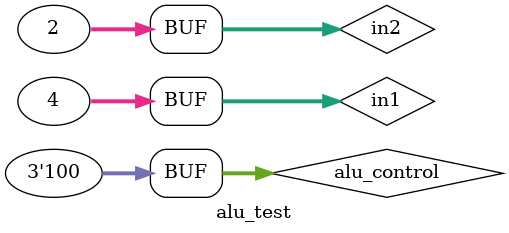
<source format=v>
`timescale 1ns / 1ps


module alu_test;

	// Inputs
	reg [31:0] in1;
	reg [31:0] in2;
	reg [2:0] alu_control;

	// Outputs
	wire [31:0] out;
	wire zflag;
	wire carryflag;
	wire overflowflag;
	wire signflag;

	// Instantiate the Unit Under Test (UUT)
	alu uut (
		.in1(in1), 
		.in2(in2), 
		.alu_control(alu_control), 
		.out(out), 
		.zflag(zflag), 
		.carryflag(carryflag), 
		.overflowflag(overflowflag), 
		.signflag(signflag)
	);

	initial begin
		// Initialize Inputs
		in1 = 0;
		in2 = 0;
		alu_control = 0;

		// Wait 100 ns for global reset to finish
		#100;
      in1 = 43;
		in2 = 5;
		alu_control=0;
		// Add stimulus here

		#20
		in1=4;
		in2=2;
		alu_control=4;
	end
      
endmodule


</source>
